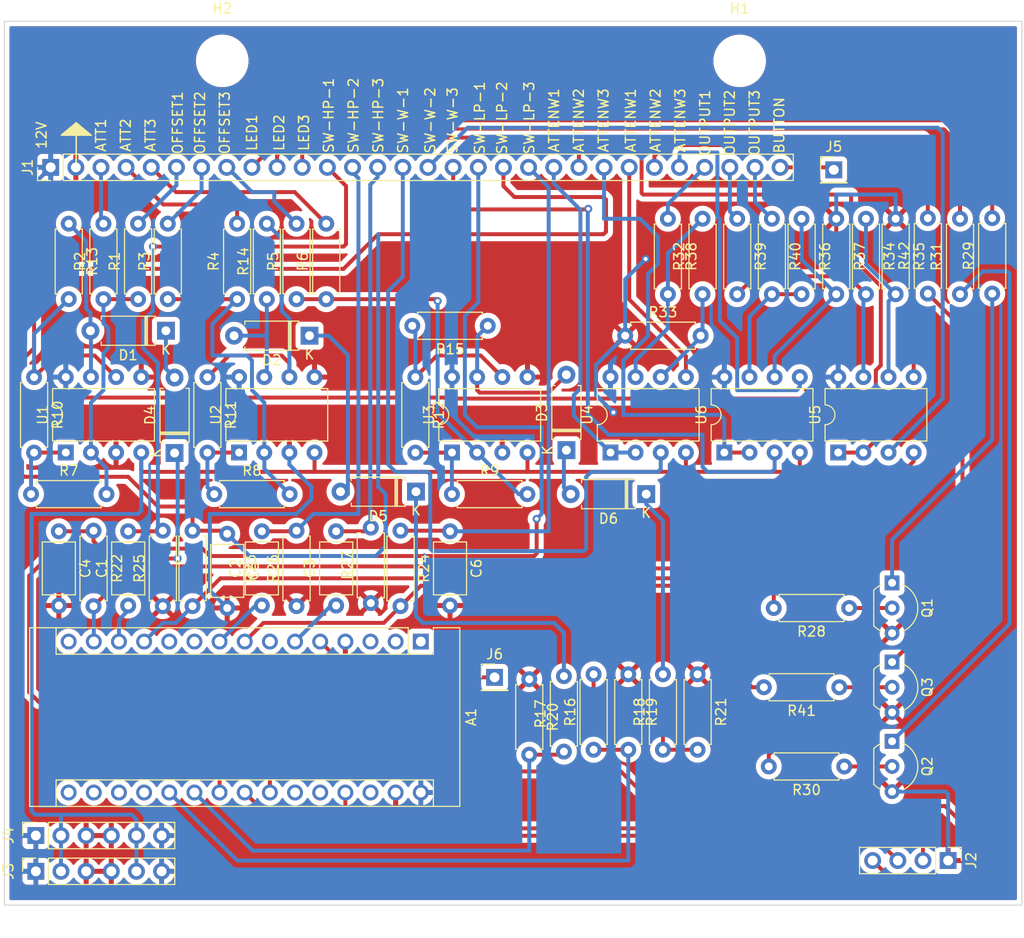
<source format=kicad_pcb>
(kicad_pcb (version 20211014) (generator pcbnew)
  (layers (0 "F.Cu" signal) (31 "B.Cu" signal) (34 "B.Paste" user) (35 "F.Paste" user) (36 "B.SilkS" user "B.Silkscreen") (37 "F.SilkS" user "F.Silkscreen") (38 "B.Mask" user) (39 "F.Mask" user) (44 "Edge.Cuts" user))
  (net 0 "")
  (net 4 "GND")
  (net 5 "Net-(A1-Pad5)")
  (net 6 "HP3")
  (net 8 "LP3")
  (net 9 "HP2")
  (net 12 "LP2")
  (net 13 "HP1")
  (net 14 "LP1")
  (net 20 "A1")
  (net 21 "A2")
  (net 22 "A3")
  (net 23 "Net-(A1-Pad23)")
  (net 24 "Net-(A1-Pad24)")
  (net 27 "+5V")
  (net 29 "Net-(J1-Pad30)")
  (net 30 "SW-HP-1")
  (net 31 "SW-HP-2")
  (net 32 "SW-HP-3")
  (net 33 "SW-LP-1")
  (net 34 "SW-LP-2")
  (net 35 "SW-LP-3")
  (net 36 "Net-(D1-Pad1)")
  (net 37 "Net-(D1-Pad2)")
  (net 38 "Net-(D2-Pad1)")
  (net 39 "Net-(D2-Pad2)")
  (net 40 "Net-(D3-Pad1)")
  (net 41 "Net-(D3-Pad2)")
  (net 42 "Net-(D4-Pad1)")
  (net 43 "Net-(D5-Pad1)")
  (net 44 "Net-(D6-Pad1)")
  (net 45 "+12V")
  (net 46 "INATTEN1")
  (net 47 "INATTEN2")
  (net 48 "INATTEN3")
  (net 49 "OFFSET1")
  (net 50 "OFFSET2")
  (net 51 "OFFSET3")
  (net 52 "LED1")
  (net 53 "LED2")
  (net 54 "LED3")
  (net 55 "SW-W-1")
  (net 56 "SW-W-2")
  (net 57 "SW-W-3")
  (net 58 "OUTATTEN1")
  (net 59 "OUTATTEN2")
  (net 60 "OUTATTEN3")
  (net 61 "OUTATTENW1")
  (net 62 "OUTATTENW2")
  (net 63 "OUTATTENW3")
  (net 64 "OUTPUT1")
  (net 65 "OUTPUT2")
  (net 66 "OUTPUT3")
  (net 67 "-12V")
  (net 68 "Net-(Q1-Pad1)")
  (net 69 "Net-(Q1-Pad2)")
  (net 70 "Net-(Q2-Pad1)")
  (net 71 "Net-(Q2-Pad2)")
  (net 72 "Net-(Q3-Pad1)")
  (net 73 "Net-(Q3-Pad2)")
  (net 74 "Net-(R1-Pad1)")
  (net 75 "Net-(R3-Pad1)")
  (net 76 "Net-(R5-Pad1)")
  (net 77 "Net-(R10-Pad2)")
  (net 78 "Net-(R11-Pad2)")
  (net 79 "Net-(R12-Pad2)")
  (net 80 "Net-(R10-Pad1)")
  (net 81 "Net-(R11-Pad1)")
  (net 82 "Net-(R12-Pad1)")
  (net 83 "Net-(R32-Pad1)")
  (net 84 "Net-(R32-Pad2)")
  (net 85 "Net-(R34-Pad1)")
  (net 86 "Net-(R34-Pad2)")
  (net 87 "Net-(R36-Pad1)")
  (net 88 "Net-(R36-Pad2)")
  (footprint "Resistor_THT:R_Axial_DIN0207_L6.3mm_D2.5mm_P7.62mm_Horizontal" (layer "F.Cu") (at 218 72.69 -90)
    (fp_text reference "R39")
    (fp_text value "R")
  )
  (footprint "Package_DIP:DIP-8_W7.62mm" (layer "F.Cu") (at 228.2 96.3 90)
    (fp_text reference "U5")
    (fp_text value "TL072")
  )
  (footprint "Resistor_THT:R_Axial_DIN0207_L6.3mm_D2.5mm_P7.62mm_Horizontal" (layer "F.Cu") (at 228.31 120 180)
    (fp_text reference "R41")
    (fp_text value "R")
  )
  (footprint "Capacitor_THT:C_Axial_L5.1mm_D3.1mm_P7.50mm_Horizontal" (layer "F.Cu") (at 189 104.25 -90)
    (fp_text reference "C6")
    (fp_text value "C")
  )
  (footprint "Resistor_THT:R_Axial_DIN0207_L6.3mm_D2.5mm_P7.62mm_Horizontal" (layer "F.Cu") (at 214 118.69 -90)
    (fp_text reference "R21")
    (fp_text value "R")
  )
  (footprint "Resistor_THT:R_Axial_DIN0207_L6.3mm_D2.5mm_P7.62mm_Horizontal" (layer "F.Cu") (at 173.5 111.81 90)
    (fp_text reference "R26")
    (fp_text value "R")
  )
  (footprint "Package_DIP:DIP-8_W7.62mm" (layer "F.Cu") (at 189.2 96.3 90)
    (fp_text reference "U3")
    (fp_text value "TL072")
  )
  (footprint "Diode_THT:D_A-405_P7.62mm_Horizontal" (layer "F.Cu") (at 208.81 100.5 180)
    (fp_text reference "D6")
    (fp_text value "D")
  )
  (footprint "Resistor_THT:R_Axial_DIN0207_L6.3mm_D2.5mm_P7.62mm_Horizontal" (layer "F.Cu") (at 224.5 72.69 -90)
    (fp_text reference "R36")
    (fp_text value "R")
  )
  (footprint "Resistor_THT:R_Axial_DIN0207_L6.3mm_D2.5mm_P7.62mm_Horizontal" (layer "F.Cu") (at 154 80.81 90)
    (fp_text reference "R2")
    (fp_text value "R")
  )
  (footprint "Resistor_THT:R_Axial_DIN0207_L6.3mm_D2.5mm_P7.62mm_Horizontal" (layer "F.Cu") (at 165.19 100.5)
    (fp_text reference "R8")
    (fp_text value "R")
  )
  (footprint "Resistor_THT:R_Axial_DIN0207_L6.3mm_D2.5mm_P7.62mm_Horizontal" (layer "F.Cu") (at 164.5 88.69 -90)
    (fp_text reference "R11")
    (fp_text value "R")
  )
  (footprint "Resistor_THT:R_Axial_DIN0207_L6.3mm_D2.5mm_P7.62mm_Horizontal" (layer "F.Cu") (at 243.75 80.25 90)
    (fp_text reference "R29")
    (fp_text value "R")
  )
  (footprint "Resistor_THT:R_Axial_DIN0207_L6.3mm_D2.5mm_P7.62mm_Horizontal" (layer "F.Cu") (at 170.5 80.81 90)
    (fp_text reference "R14")
    (fp_text value "R")
  )
  (footprint "Connector_PinSocket_2.54mm:PinSocket_1x06_P2.54mm_Vertical" (layer "F.Cu") (at 147.174999 138.586485 90)
    (fp_text reference "J3")
    (fp_text value "Conn_01x06_Male")
  )
  (footprint "Package_TO_SOT_THT:TO-92_Inline_Wide" (layer "F.Cu") (at 233.64 109.46 -90)
    (fp_text reference "Q1")
    (fp_text value "BC547")
  )
  (footprint "Capacitor_THT:C_Axial_L5.1mm_D3.1mm_P7.50mm_Horizontal" (layer "F.Cu") (at 177.5 111.75 90)
    (fp_text reference "C3")
    (fp_text value "C")
  )
  (footprint "Capacitor_THT:C_Axial_L5.1mm_D3.1mm_P7.50mm_Horizontal" (layer "F.Cu") (at 149.5 104.25 -90)
    (fp_text reference "C4")
    (fp_text value "C")
  )
  (footprint "Resistor_THT:R_Axial_DIN0207_L6.3mm_D2.5mm_P7.62mm_Horizontal" (layer "F.Cu") (at 150.5 73.19 -90)
    (fp_text reference "R13")
    (fp_text value "R")
  )
  (footprint "Diode_THT:D_A-405_P7.62mm_Horizontal" (layer "F.Cu") (at 174.81 84.5 180)
    (fp_text reference "D2")
    (fp_text value "D")
  )
  (footprint "Resistor_THT:R_Axial_DIN0207_L6.3mm_D2.5mm_P7.62mm_Horizontal" (layer "F.Cu") (at 163 104.19 -90)
    (fp_text reference "R23")
    (fp_text value "R")
  )
  (footprint "Resistor_THT:R_Axial_DIN0207_L6.3mm_D2.5mm_P7.62mm_Horizontal" (layer "F.Cu") (at 203.5 126.31 90)
    (fp_text reference "R16")
    (fp_text value "R")
  )
  (footprint "Resistor_THT:R_Axial_DIN0207_L6.3mm_D2.5mm_P7.62mm_Horizontal" (layer "F.Cu") (at 234 72.69 -90)
    (fp_text reference "R35")
    (fp_text value "R")
  )
  (footprint "Resistor_THT:R_Axial_DIN0207_L6.3mm_D2.5mm_P7.62mm_Horizontal" (layer "F.Cu") (at 240.5 80.31 90)
    (fp_text reference "R31")
    (fp_text value "R")
  )
  (footprint "Resistor_THT:R_Axial_DIN0207_L6.3mm_D2.5mm_P7.62mm_Horizontal" (layer "F.Cu") (at 167.5 80.81 90)
    (fp_text reference "R4")
    (fp_text value "R")
  )
  (footprint "Connector_PinHeader_2.54mm:PinHeader_1x01_P2.54mm_Vertical" (layer "F.Cu") (at 227.75 67.75)
    (fp_text reference "J5")
    (fp_text value "Conn_01x01_Male")
  )
  (footprint "Resistor_THT:R_Axial_DIN0207_L6.3mm_D2.5mm_P7.62mm_Horizontal" (layer "F.Cu") (at 189.19 100.5)
    (fp_text reference "R9")
    (fp_text value "R")
  )
  (footprint "Diode_THT:D_A-405_P7.62mm_Horizontal" (layer "F.Cu") (at 160.31 84 180)
    (fp_text reference "D1")
    (fp_text value "D")
  )
  (footprint "Resistor_THT:R_Axial_DIN0207_L6.3mm_D2.5mm_P7.62mm_Horizontal" (layer "F.Cu") (at 206.69 84.5)
    (fp_text reference "R33")
    (fp_text value "R")
  )
  (footprint "Package_DIP:DIP-8_W7.62mm" (layer "F.Cu") (at 205.2 96.3 90)
    (fp_text reference "U4")
    (fp_text value "TL072")
  )
  (footprint "Resistor_THT:R_Axial_DIN0207_L6.3mm_D2.5mm_P7.62mm_Horizontal" (layer "F.Cu") (at 146.69 100.5)
    (fp_text reference "R7")
    (fp_text value "R")
  )
  (footprint "Package_DIP:DIP-8_W7.62mm" (layer "F.Cu") (at 150.2 96.3 90)
    (fp_text reference "U1")
    (fp_text value "TL072")
  )
  (footprint "Resistor_THT:R_Axial_DIN0207_L6.3mm_D2.5mm_P7.62mm_Horizontal" (layer "F.Cu") (at 211 72.69 -90)
    (fp_text reference "R38")
    (fp_text value "R")
  )
  (footprint "Resistor_THT:R_Axial_DIN0207_L6.3mm_D2.5mm_P7.62mm_Horizontal" (layer "F.Cu") (at 160.5 80.81 90)
    (fp_text reference "R3")
    (fp_text value "R")
  )
  (footprint "Resistor_THT:R_Axial_DIN0207_L6.3mm_D2.5mm_P7.62mm_Horizontal" (layer "F.Cu") (at 147 88.69 -90)
    (fp_text reference "R10")
    (fp_text value "R")
  )
  (footprint "Resistor_THT:R_Axial_DIN0207_L6.3mm_D2.5mm_P7.62mm_Horizontal" (layer "F.Cu") (at 214.5 80.31 90)
    (fp_text reference "R32")
    (fp_text value "R")
  )
  (footprint "Resistor_THT:R_Axial_DIN0207_L6.3mm_D2.5mm_P7.62mm_Horizontal" (layer "F.Cu") (at 229.31 112 180)
    (fp_text reference "R28")
    (fp_text value "R")
  )
  (footprint "Resistor_THT:R_Axial_DIN0207_L6.3mm_D2.5mm_P7.62mm_Horizontal" (layer "F.Cu") (at 237.25 80.25 90)
    (fp_text reference "R42")
    (fp_text value "R")
  )
  (footprint "Resistor_THT:R_Axial_DIN0207_L6.3mm_D2.5mm_P7.62mm_Horizontal" (layer "F.Cu") (at 185.5 88.69 -90)
    (fp_text reference "R12")
    (fp_text value "R")
  )
  (footprint "Resistor_THT:R_Axial_DIN0207_L6.3mm_D2.5mm_P7.62mm_Horizontal" (layer "F.Cu") (at 192.81 83.5 180)
    (fp_text reference "R15")
    (fp_text value "R")
  )
  (footprint "Resistor_THT:R_Axial_DIN0207_L6.3mm_D2.5mm_P7.62mm_Horizontal" (layer "F.Cu") (at 181 111.5 90)
    (fp_text reference "R27")
    (fp_text value "R")
  )
  (footprint "Resistor_THT:R_Axial_DIN0207_L6.3mm_D2.5mm_P7.62mm_Horizontal" (layer "F.Cu") (at 153 104.19 -90)
    (fp_text reference "R22")
    (fp_text value "R")
  )
  (footprint "Connector_PinSocket_2.54mm:PinSocket_1x06_P2.54mm_Vertical" (layer "F.Cu") (at 147.175 134.975 90)
    (fp_text reference "J4")
    (fp_text value "Conn_01x06_Male")
  )
  (footprint "Diode_THT:D_A-405_P7.62mm_Horizontal" (layer "F.Cu") (at 161.186277 96.345727 90)
    (fp_text reference "D4")
    (fp_text value "D")
  )
  (footprint "Resistor_THT:R_Axial_DIN0207_L6.3mm_D2.5mm_P7.62mm_Horizontal" (layer "F.Cu") (at 176.5 80.81 90)
    (fp_text reference "R6")
    (fp_text value "R")
  )
  (footprint "Resistor_THT:R_Axial_DIN0207_L6.3mm_D2.5mm_P7.62mm_Horizontal" (layer "F.Cu") (at 231 72.69 -90)
    (fp_text reference "R34")
    (fp_text value "R")
  )
  (footprint "Resistor_THT:R_Axial_DIN0207_L6.3mm_D2.5mm_P7.62mm_Horizontal" (layer "F.Cu") (at 157.5 80.81 90)
    (fp_text reference "R1")
    (fp_text value "R")
  )
  (footprint "Connector_PinHeader_2.54mm:PinHeader_1x01_P2.54mm_Vertical" (layer "F.Cu") (at 193.5 119)
    (fp_text reference "J6")
    (fp_text value "Conn_01x01_Male")
  )
  (footprint "Resistor_THT:R_Axial_DIN0207_L6.3mm_D2.5mm_P7.62mm_Horizontal" (layer "F.Cu") (at 221.5 72.69 -90)
    (fp_text reference "R40")
    (fp_text value "R")
  )
  (footprint "Resistor_THT:R_Axial_DIN0207_L6.3mm_D2.5mm_P7.62mm_Horizontal" (layer "F.Cu") (at 228 72.69 -90)
    (fp_text reference "R37")
    (fp_text value "R")
  )
  (footprint "Resistor_THT:R_Axial_DIN0207_L6.3mm_D2.5mm_P7.62mm_Horizontal" (layer "F.Cu") (at 228.81 128 180)
    (fp_text reference "R30")
    (fp_text value "R")
  )
  (footprint "Resistor_THT:R_Axial_DIN0207_L6.3mm_D2.5mm_P7.62mm_Horizontal" (layer "F.Cu") (at 197 119.19 -90)
    (fp_text reference "R20")
    (fp_text value "R")
  )
  (footprint "Resistor_THT:R_Axial_DIN0207_L6.3mm_D2.5mm_P7.62mm_Horizontal" (layer "F.Cu") (at 160 111.81 90)
    (fp_text reference "R25")
    (fp_text value "R")
  )
  (footprint "Connector_PinHeader_2.54mm:PinHeader_1x30_P2.54mm_Vertical" (layer "F.Cu") (at 148.675 67.5 90)
    (fp_text reference "J1")
    (fp_text value "Conn_01x30_Female")
  )
  (footprint "Capacitor_THT:C_Axial_L5.1mm_D3.1mm_P7.50mm_Horizontal" (layer "F.Cu") (at 170 111.75 90)
    (fp_text reference "C2")
    (fp_text value "C")
  )
  (footprint "Resistor_THT:R_Axial_DIN0207_L6.3mm_D2.5mm_P7.62mm_Horizontal" (layer "F.Cu") (at 173.5 80.81 90)
    (fp_text reference "R5")
    (fp_text value "R")
  )
  (footprint "Resistor_THT:R_Axial_DIN0207_L6.3mm_D2.5mm_P7.62mm_Horizontal" (layer "F.Cu") (at 207 118.69 -90)
    (fp_text reference "R19")
    (fp_text value "R")
  )
  (footprint "Resistor_THT:R_Axial_DIN0207_L6.3mm_D2.5mm_P7.62mm_Horizontal" (layer "F.Cu") (at 210.5 126.31 90)
    (fp_text reference "R18")
    (fp_text value "R")
  )
  (footprint "Connector_PinHeader_2.54mm:PinHeader_1x04_P2.54mm_Vertical" (layer "F.Cu") (at 239.3 137.5 -90)
    (fp_text reference "J2")
    (fp_text value "Conn_01x04_Male")
  )
  (footprint "Package_TO_SOT_THT:TO-92_Inline_Wide" (layer "F.Cu") (at 233.64 117.46 -90)
    (fp_text reference "Q3")
    (fp_text value "BC547")
  )
  (footprint "Package_DIP:DIP-8_W7.62mm" (layer "F.Cu") (at 167.7 96.3 90)
    (fp_text reference "U2")
    (fp_text value "TL072")
  )
  (footprint "Capacitor_THT:C_Axial_L5.1mm_D3.1mm_P7.50mm_Horizontal" (layer "F.Cu") (at 166.5 104.5 -90)
    (fp_text reference "C5")
    (fp_text value "C")
  )
  (footprint "Diode_THT:D_A-405_P7.62mm_Horizontal" (layer "F.Cu") (at 185.56 100.25 180)
    (fp_text reference "D5")
    (fp_text value "D")
  )
  (footprint "Resistor_THT:R_Axial_DIN0207_L6.3mm_D2.5mm_P7.62mm_Horizontal" (layer "F.Cu") (at 200.5 126.5 90)
    (fp_text reference "R17")
    (fp_text value "R")
  )
  (footprint "MountingHole:MountingHole_4.3mm_M4" (layer "F.Cu") (at 166 56.75)
    (fp_text reference "H2")
    (fp_text value "MountingHole")
  )
  (footprint "Diode_THT:D_A-405_P7.62mm_Horizontal" (layer "F.Cu") (at 200.75 96.06 90)
    (fp_text reference "D3")
    (fp_text value "D")
  )
  (footprint "Package_TO_SOT_THT:TO-92_Inline_Wide" (layer "F.Cu") (at 233.64 125.46 -90)
    (fp_text reference "Q2")
    (fp_text value "BC547")
  )
  (footprint "Resistor_THT:R_Axial_DIN0207_L6.3mm_D2.5mm_P7.62mm_Horizontal" (layer "F.Cu") (at 184 104.19 -90)
    (fp_text reference "R24")
    (fp_text value "R")
  )
  (footprint "Capacitor_THT:C_Axial_L5.1mm_D3.1mm_P7.50mm_Horizontal" (layer "F.Cu") (at 156.5 111.75 90)
    (fp_text reference "C1")
    (fp_text value "C")
  )
  (footprint "Module:Arduino_Nano" (layer "F.Cu") (at 186.05 115.39 -90)
    (fp_text reference "A1")
    (fp_text value "Arduino_Nano_v2.x")
  )
  (footprint "MountingHole:MountingHole_4.3mm_M4" (layer "F.Cu") (at 218.25 56.75)
    (fp_text reference "H1")
    (fp_text value "MountingHole")
  )
  (footprint "Package_DIP:DIP-8_W7.62mm" (layer "F.Cu") (at 216.7 96.3 90)
    (fp_text reference "U6")
    (fp_text value "TL072")
  )
  (gr_poly (pts (xy 152.75 64.25) (xy 149.75 64.25) (xy 151.25 63)) (layer "F.SilkS") (width 0.15) (fill solid))
  (gr_line (start 151.25 67.5) (end 151.25 63) (layer "F.SilkS") (width 0.15))
  (gr_rect (start 144 52.75) (end 246.75 142) (layer "Edge.Cuts") (width 0.1) (fill none))
  (gr_text "ATT3" (at 158.75 64.25 90) (layer "F.SilkS") (effects (font (size 1 1))))
  (gr_text "SW-W-3" (at 189.25 62.75 90) (layer "F.SilkS") (effects (font (size 1 1))))
  (gr_text "SW-LP-1" (at 192 62.5 90) (layer "F.SilkS") (effects (font (size 1 1))))
  (gr_text "LED3" (at 174.25 64 90) (layer "F.SilkS") (effects (font (size 1 1))))
  (gr_text "SW-HP-3" (at 181.75 62.25 90) (layer "F.SilkS") (effects (font (size 1 1))))
  (gr_text "OFFSET2" (at 163.75 63 90) (layer "F.SilkS") (effects (font (size 1 1))))
  (gr_text "ATTENW3" (at 212.25 62.75 90) (layer "F.SilkS") (effects (font (size 1 1))))
  (gr_text "SW-LP-3" (at 197 62.5 90) (layer "F.SilkS") (effects (font (size 1 1))))
  (gr_text "SW-LP-2" (at 194.25 62.5 90) (layer "F.SilkS") (effects (font (size 1 1))))
  (gr_text "LED2" (at 171.75 64 90) (layer "F.SilkS") (effects (font (size 1 1))))
  (gr_text "OFFSET1" (at 161.5 63 90) (layer "F.SilkS") (effects (font (size 1 1))))
  (gr_text "SW-W-1" (at 184.25 62.75 90) (layer "F.SilkS") (effects (font (size 1 1))))
  (gr_text "ATTENW2" (at 202 62.75 90) (layer "F.SilkS") (effects (font (size 1 1))))
  (gr_text "ATTENW3" (at 204.5 62.75 90) (layer "F.SilkS") (effects (font (size 1 1))))
  (gr_text "12V" (at 147.75 64.25 90) (layer "F.SilkS") (effects (font (size 1 1))))
  (gr_text "ATTENW1" (at 199.5 62.75 90) (layer "F.SilkS") (effects (font (size 1 1))))
  (gr_text "OUTPUT2" (at 217.25 63 90) (layer "F.SilkS") (effects (font (size 1 1))))
  (gr_text "SW-W-2" (at 187 62.75 90) (layer "F.SilkS") (effects (font (size 1 1))))
  (gr_text "SW-HP-2" (at 179.25 62.25 90) (layer "F.SilkS") (effects (font (size 1 1))))
  (gr_text "LED1" (at 169 64 90) (layer "F.SilkS") (effects (font (size 1 1))))
  (gr_text "ATT1" (at 153.75 64.25 90) (layer "F.SilkS") (effects (font (size 1 1))))
  (gr_text "ATTENW1" (at 207.25 62.75 90) (layer "F.SilkS") (effects (font (size 1 1))))
  (gr_text "ATTENW2" (at 209.75 62.75 90) (layer "F.SilkS") (effects (font (size 1 1))))
  (gr_text "BUTTON" (at 222.25 63.25 90) (layer "F.SilkS") (effects (font (size 1 1))))
  (gr_text "OFFSET3" (at 166.25 63 90) (layer "F.SilkS") (effects (font (size 1 1))))
  (gr_text "OUTPUT3" (at 219.75 63 90) (layer "F.SilkS") (effects (font (size 1 1))))
  (gr_text "OUTPUT1" (at 214.75 63 90) (layer "F.SilkS") (effects (font (size 1 1))))
  (gr_text "SW-HP-1" (at 176.75 62.25 90) (layer "F.SilkS") (effects (font (size 1 1))))
  (gr_text "ATT2" (at 156.25 64.25 90) (layer "F.SilkS") (effects (font (size 1 1))))
  (segment (start 194.28 93.97) (end 194.28 96.3) (width 0.4) (layer "F.Cu") (net 4))
  (segment (start 228 75.75) (end 228 72.69) (width 0.4) (layer "F.Cu") (net 4))
  (segment (start 204.25 93.5) (end 194.75 93.5) (width 0.4) (layer "F.Cu") (net 4))
  (segment (start 194.75 93.5) (end 194.28 93.97) (width 0.4) (layer "F.Cu") (net 4))
  (segment (start 208.75 76.75) (end 209.75 75.75) (width 0.4) (layer "F.Cu") (net 4))
  (segment (start 205.5 92.25) (end 204.25 93.5) (width 0.4) (layer "F.Cu") (net 4))
  (segment (start 209.75 75.75) (end 228 75.75) (width 0.4) (layer "F.Cu") (net 4))
  (via (at 208.75 76.75) (size 0.8) (drill 0.4) (layers "F.Cu" "B.Cu") (net 4))
  (via (at 205.5 92.25) (size 0.8) (drill 0.4) (layers "F.Cu" "B.Cu") (net 4))
  (segment (start 234 70.25) (end 234 72.69) (width 0.4) (layer "B.Cu") (net 4))
  (segment (start 164.75 110.25) (end 166.5 112) (width 0.4) (layer "B.Cu") (net 4))
  (segment (start 175 99.75) (end 175 101) (width 0.4) (layer "B.Cu") (net 4))
  (segment (start 206.69 84.5) (end 206.69 78.81) (width 0.4) (layer "B.Cu") (net 4))
  (segment (start 203.75 87.44) (end 206.69 84.5) (width 0.4) (layer "B.Cu") (net 4))
  (segment (start 228 70.25) (end 234 70.25) (width 0.4) (layer "B.Cu") (net 4))
  (segment (start 206.69 78.81) (end 208.75 76.75) (width 0.4) (layer "B.Cu") (net 4))
  (segment (start 205.5 92.25) (end 203.75 90.5) (width 0.4) (layer "B.Cu") (net 4))
  (segment (start 172.78 96.3) (end 172.78 97.53) (width 0.4) (layer "B.Cu") (net 4))
  (segment (start 172.78 97.53) (end 175 99.75) (width 0.4) (layer "B.Cu") (net 4))
  (segment (start 228 72.69) (end 228 70.25) (width 0.4) (layer "B.Cu") (net 4))
  (segment (start 239.04 130.54) (end 239.3 130.8) (width 0.4) (layer "B.Cu") (net 4))
  (segment (start 164.75 102.5) (end 164.75 110.25) (width 0.4) (layer "B.Cu") (net 4))
  (segment (start 203.75 90.5) (end 203.75 87.44) (width 0.4) (layer "B.Cu") (net 4))
  (segment (start 175 101) (end 173.5 102.5) (width 0.4) (layer "B.Cu") (net 4))
  (segment (start 239.3 130.8) (end 239.3 137.5) (width 0.4) (layer "B.Cu") (net 4))
  (segment (start 233.64 130.54) (end 239.04 130.54) (width 0.4) (layer "B.Cu") (net 4))
  (segment (start 173.5 102.5) (end 164.75 102.5) (width 0.4) (layer "B.Cu") (net 4))
  (segment (start 193.5 119) (end 179.5 119) (width 0.4) (layer "F.Cu") (net 5))
  (segment (start 179.5 119) (end 175.89 115.39) (width 0.4) (layer "F.Cu") (net 5))
  (segment (start 173.35 115.39) (end 176.99 111.75) (width 0.4) (layer "B.Cu") (net 6))
  (segment (start 176.99 111.75) (end 177.5 111.75) (width 0.4) (layer "B.Cu") (net 6))
  (segment (start 215.25 109.75) (end 186.06 109.75) (width 0.4) (layer "F.Cu") (net 8))
  (segment (start 186.06 109.75) (end 184 111.81) (width 0.4) (layer "F.Cu") (net 8))
  (segment (start 170.16 113.5) (end 182.31 113.5) (width 0.4) (layer "F.Cu") (net 8))
  (segment (start 168.27 115.39) (end 170.16 113.5) (width 0.4) (layer "F.Cu") (net 8))
  (segment (start 182.31 113.5) (end 184 111.81) (width 0.4) (layer "F.Cu") (net 8))
  (segment (start 219.5 120) (end 217.25 117.75) (width 0.4) (layer "F.Cu") (net 8))
  (segment (start 217.25 111.75) (end 215.25 109.75) (width 0.4) (layer "F.Cu") (net 8))
  (segment (start 220.69 120) (end 219.5 120) (width 0.4) (layer "F.Cu") (net 8))
  (segment (start 217.25 117.75) (end 217.25 111.75) (width 0.4) (layer "F.Cu") (net 8))
  (segment (start 165.73 115.39) (end 169.37 111.75) (width 0.4) (layer "B.Cu") (net 9))
  (segment (start 169.37 111.75) (end 170 111.75) (width 0.4) (layer "B.Cu") (net 9))
  (segment (start 218.25 109) (end 165.81 109) (width 0.4) (layer "F.Cu") (net 12))
  (segment (start 222.5 125.5) (end 222.5 115.75) (width 0.4) (layer "F.Cu") (net 12))
  (segment (start 218.75 112) (end 218.75 109.5) (width 0.4) (layer "F.Cu") (net 12))
  (segment (start 218.75 109.5) (end 218.25 109) (width 0.4) (layer "F.Cu") (net 12))
  (segment (start 221.19 128) (end 221.19 126.81) (width 0.4) (layer "F.Cu") (net 12))
  (segment (start 165.81 109) (end 163 111.81) (width 0.4) (layer "F.Cu") (net 12))
  (segment (start 222.5 115.75) (end 218.75 112) (width 0.4) (layer "F.Cu") (net 12))
  (segment (start 221.19 126.81) (end 222.5 125.5) (width 0.4) (layer "F.Cu") (net 12))
  (segment (start 161.31 113.5) (end 163 111.81) (width 0.4) (layer "B.Cu") (net 12))
  (segment (start 160 113.5) (end 161.31 113.5) (width 0.4) (layer "B.Cu") (net 12))
  (segment (start 158.11 115.39) (end 160 113.5) (width 0.4) (layer "B.Cu") (net 12))
  (segment (start 155.57 113.18) (end 155.57 115.39) (width 0.4) (layer "B.Cu") (net 13))
  (segment (start 156.5 112.25) (end 155.57 113.18) (width 0.4) (layer "B.Cu") (net 13))
  (segment (start 156.5 111.75) (end 156.5 112.25) (width 0.4) (layer "B.Cu") (net 13))
  (segment (start 202.299511 107.799511) (end 202.5 108) (width 0.4) (layer "F.Cu") (net 14))
  (segment (start 153 111.81) (end 157.010489 107.799511) (width 0.4) (layer "F.Cu") (net 14))
  (segment (start 202.5 108) (end 221.25 108) (width 0.4) (layer "F.Cu") (net 14))
  (segment (start 221.25 108) (end 221.69 108.44) (width 0.4) (layer "F.Cu") (net 14))
  (segment (start 221.69 108.44) (end 221.69 112) (width 0.4) (layer "F.Cu") (net 14))
  (segment (start 157.010489 107.799511) (end 202.299511 107.799511) (width 0.4) (layer "F.Cu") (net 14))
  (segment (start 153 111.81) (end 153 112.31) (width 0.4) (layer "B.Cu") (net 14))
  (segment (start 153.03 112.34) (end 153 112.31) (width 0.4) (layer "B.Cu") (net 14))
  (segment (start 153.03 115.39) (end 153.03 112.34) (width 0.4) (layer "B.Cu") (net 14))
  (segment (start 203.5 126.31) (end 207 126.31) (width 0.4) (layer "F.Cu") (net 20))
  (segment (start 167.52 137.5) (end 160.65 130.63) (width 0.4) (layer "B.Cu") (net 20))
  (segment (start 207 137.5) (end 167.52 137.5) (width 0.4) (layer "B.Cu") (net 20))
  (segment (start 207 126.31) (end 207 137.5) (width 0.4) (layer "B.Cu") (net 20))
  (segment (start 197 126.81) (end 200.19 126.81) (width 0.4) (layer "F.Cu") (net 21))
  (segment (start 200.19 126.81) (end 200.5 126.5) (width 0.4) (layer "F.Cu") (net 21))
  (segment (start 197 126.81) (end 197 136.5) (width 0.4) (layer "B.Cu") (net 21))
  (segment (start 197 136.5) (end 169.06 136.5) (width 0.4) (layer "B.Cu") (net 21))
  (segment (start 169.06 136.5) (end 163.19 130.63) (width 0.4) (layer "B.Cu") (net 21))
  (segment (start 210.5 126.31) (end 214 126.31) (width 0.4) (layer "F.Cu") (net 22))
  (segment (start 210.5 124.5) (end 210.5 126.31) (width 0.4) (layer "F.Cu") (net 22))
  (segment (start 165.73 130.63) (end 165.73 127.02) (width 0.4) (layer "F.Cu") (net 22))
  (segment (start 168.25 124.5) (end 210.5 124.5) (width 0.4) (layer "F.Cu") (net 22))
  (segment (start 165.73 127.02) (end 168.25 124.5) (width 0.4) (layer "F.Cu") (net 22))
  (segment (start 234.22 137.5) (end 231.72 135) (width 0.4) (layer "F.Cu") (net 23))
  (segment (start 231.72 135) (end 172.64 135) (width 0.4) (layer "F.Cu") (net 23))
  (segment (start 172.64 135) (end 168.27 130.63) (width 0.4) (layer "F.Cu") (net 23))
  (segment (start 206.25 128.5) (end 209.75 132) (width 0.4) (layer "F.Cu") (net 24))
  (segment (start 242 139.75) (end 233.93 139.75) (width 0.4) (layer "F.Cu") (net 24))
  (segment (start 171 128.5) (end 206.25 128.5) (width 0.4) (layer "F.Cu") (net 24))
  (segment (start 242.75 139) (end 242 139.75) (width 0.4) (layer "F.Cu") (net 24))
  (segment (start 239 132) (end 242.75 135.75) (width 0.4) (layer "F.Cu") (net 24))
  (segment (start 209.75 132) (end 239 132) (width 0.4) (layer "F.Cu") (net 24))
  (segment (start 170.81 130.63) (end 170.81 128.69) (width 0.4) (layer "F.Cu") (net 24))
  (segment (start 242.75 135.75) (end 242.75 139) (width 0.4) (layer "F.Cu") (net 24))
  (segment (start 170.81 128.69) (end 171 128.5) (width 0.4) (layer "F.Cu") (net 24))
  (segment (start 233.93 139.75) (end 231.68 137.5) (width 0.4) (layer "F.Cu") (net 24))
  (segment (start 235.75 134.25) (end 236.76 135.26) (width 0.4) (layer "F.Cu") (net 27))
  (segment (start 236.76 135.26) (end 236.76 137.5) (width 0.4) (layer "F.Cu") (net 27))
  (segment (start 178.43 132.93) (end 179.75 134.25) (width 0.4) (layer "F.Cu") (net 27))
  (segment (start 179.75 134.25) (end 235.75 134.25) (width 0.4) (layer "F.Cu") (net 27))
  (segment (start 178.43 130.63) (end 178.43 132.93) (width 0.4) (layer "F.Cu") (net 27))
  (segment (start 222.335 67.5) (end 227.5 67.5) (width 0.4) (layer "F.Cu") (net 29))
  (segment (start 227.5 67.5) (end 227.75 67.75) (width 0.4) (layer "F.Cu") (net 29))
  (segment (start 178.5 69.385) (end 176.615 67.5) (width 0.4) (layer "F.Cu") (net 30))
  (segment (start 159.94 104.25) (end 160 104.19) (width 0.4) (layer "F.Cu") (net 30))
  (segment (start 178.5 75.25) (end 178.5 69.385) (width 0.4) (layer "F.Cu") (net 30))
  (segment (start 156.5 104.25) (end 159.94 104.25) (width 0.4) (layer "F.Cu") (net 30))
  (segment (start 159 75.5) (end 178.25 75.5) (width 0.4) (layer "F.Cu") (net 30))
  (segment (start 178.25 75.5) (end 178.5 75.25) (width 0.4) (layer "F.Cu") (net 30))
  (via (at 159 75.5) (size 0.8) (drill 0.4) (layers "F.Cu" "B.Cu") (net 30))
  (segment (start 159 82) (end 158 83) (width 0.4) (layer "B.Cu") (net 30))
  (segment (start 158 83) (end 158 85.75) (width 0.4) (layer "B.Cu") (net 30))
  (segment (start 158 85.75) (end 159.5 87.25) (width 0.4) (layer "B.Cu") (net 30))
  (segment (start 159.5 87.25) (end 159.5 103.69) (width 0.4) (layer "B.Cu") (net 30))
  (segment (start 159.5 103.69) (end 160 104.19) (width 0.4) (layer "B.Cu") (net 30))
  (segment (start 159 75.5) (end 159 82) (width 0.4) (layer "B.Cu") (net 30))
  (segment (start 173.44 104.25) (end 173.5 104.19) (width 0.4) (layer "F.Cu") (net 31))
  (segment (start 179.155 67.5) (end 179.155 68.155) (width 0.4) (layer "F.Cu") (net 31))
  (segment (start 170 104.25) (end 173.44 104.25) (width 0.4) (layer "F.Cu") (net 31))
  (segment (start 179.75 68.595) (end 179.75 102.5) (width 0.4) (layer "B.Cu") (net 31))
  (segment (start 179.155 67.5) (end 179.155 68) (width 0.4) (layer "B.Cu") (net 31))
  (segment (start 175.19 102.5) (end 173.5 104.19) (width 0.4) (layer "B.Cu") (net 31))
  (segment (start 179.155 68) (end 179.75 68.595) (width 0.4) (layer "B.Cu") (net 31))
  (segment (start 179.75 102.5) (end 175.19 102.5) (width 0.4) (layer "B.Cu") (net 31))
  (segment (start 177.5 104.25) (end 180.63 104.25) (width 0.4) (layer "F.Cu") (net 32))
  (segment (start 180.63 104.25) (end 181 103.88) (width 0.4) (layer "F.Cu") (net 32))
  (segment (start 181.695 68.49785) (end 180.945 69.24785) (width 0.4) (layer "B.Cu") (net 32))
  (segment (start 180.945 69.24785) (end 180.945 103.825) (width 0.4) (layer "B.Cu") (net 32))
  (segment (start 180.945 103.825) (end 181 103.88) (width 0.4) (layer "B.Cu") (net 32))
  (segment (start 181.695 67.5) (end 181.695 68.49785) (width 0.4) (layer "B.Cu") (net 32))
  (segment (start 149.5 104.25) (end 152.94 104.25) (width 0.4) (layer "F.Cu") (net 33))
  (segment (start 152.94 104.25) (end 153 104.19) (width 0.4) (layer "F.Cu") (net 33))
  (segment (start 164 106) (end 164.75 106.75) (width 0.4) (layer "F.Cu") (net 33))
  (segment (start 197.75 103) (end 197.75 106.5) (width 0.4) (layer "F.Cu") (net 33))
  (segment (start 197.75 106.5) (end 197.5 106.75) (width 0.4) (layer "F.Cu") (net 33))
  (segment (start 153 104.19) (end 153 105.25) (width 0.4) (layer "F.Cu") (net 33))
  (segment (start 153.75 106) (end 164 106) (width 0.4) (layer "F.Cu") (net 33))
  (segment (start 153 105.25) (end 153.75 106) (width 0.4) (layer "F.Cu") (net 33))
  (segment (start 164.75 106.75) (end 197.5 106.75) (width 0.4) (layer "F.Cu") (net 33))
  (via (at 197.75 103) (size 0.8) (drill 0.4) (layers "F.Cu" "B.Cu") (net 33))
  (segment (start 191.75 93.75) (end 198.25 93.75) (width 0.4) (layer "B.Cu") (net 33))
  (segment (start 190.5 82.5) (end 190.5 92.5) (width 0.4) (layer "B.Cu") (net 33))
  (segment (start 198.25 93.75) (end 198.25 102.5) (width 0.4) (layer "B.Cu") (net 33))
  (segment (start 198.25 102.5) (end 197.75 103) (width 0.4) (layer "B.Cu") (net 33))
  (segment (start 191.855 67.5) (end 191.855 81.145) (width 0.4) (layer "B.Cu") (net 33))
  (segment (start 190.5 92.5) (end 191.75 93.75) (width 0.4) (layer "B.Cu") (net 33))
  (segment (start 191.855 81.145) (end 190.5 82.5) (width 0.4) (layer "B.Cu") (net 33))
  (segment (start 163 104.19) (end 166.19 104.19) (width 0.4) (layer "F.Cu") (net 34))
  (segment (start 204.75 74) (end 204.75 70.75) (width 0.4) (layer "F.Cu") (net 34))
  (segment (start 145.5 98.25) (end 145.5 87.25) (width 0.4) (layer "F.Cu") (net 34))
  (segment (start 204.5 74.25) (end 204.75 74) (width 0.4) (layer "F.Cu") (net 34))
  (segment (start 145.5 87.25) (end 147 85.75) (width 0.4) (layer "F.Cu") (net 34))
  (segment (start 204.5 74.25) (end 181.75 74.25) (width 0.4) (layer "F.Cu") (net 34))
  (segment (start 163 101.75) (end 159.5 101.75) (width 0.4) (layer "F.Cu") (net 34))
  (segment (start 195.5 70.5) (end 194.395 69.395) (width 0.4) (layer "F.Cu") (net 34))
  (segment (start 166.19 104.19) (end 166.5 104.5) (width 0.4) (layer "F.Cu") (net 34))
  (segment (start 204.5 70.5) (end 195.5 70.5) (width 0.4) (layer "F.Cu") (net 34))
  (segment (start 147 77.75) (end 178.25 77.75) (width 0.4) (layer "F.Cu") (net 34))
  (segment (start 147 85.75) (end 147 77.75) (width 0.4) (layer "F.Cu") (net 34))
  (segment (start 146 98.75) (end 145.5 98.25) (width 0.4) (layer "F.Cu") (net 34))
  (segment (start 163 104.19) (end 163 101.75) (width 0.4) (layer "F.Cu") (net 34))
  (segment (start 156.5 98.75) (end 146 98.75) (width 0.4) (layer "F.Cu") (net 34))
  (segment (start 181.75 74.25) (end 178.25 77.75) (width 0.4) (layer "F.Cu") (net 34))
  (segment (start 204.75 70.75) (end 204.5 70.5) (width 0.4) (layer "F.Cu") (net 34))
  (segment (start 159.5 101.75) (end 156.5 98.75) (width 0.4) (layer "F.Cu") (net 34))
  (segment (start 194.395 69.395) (end 194.395 67.5) (width 0.4) (layer "F.Cu") (net 34))
  (segment (start 182.5 100.5) (end 182.5 105.75) (width 0.4) (layer "B.Cu") (net 34))
  (segment (start 182.5 105.75) (end 181.5 106.75) (width 0.4) (layer "B.Cu") (net 34))
  (segment (start 181.5 106.75) (end 168.75 106.75) (width 0.4) (layer "B.Cu") (net 34))
  (segment (start 181.75 99.75) (end 182.5 100.5) (width 0.4) (layer "B.Cu") (net 34))
  (segment (start 181.75 74.25) (end 181.75 99.75) (width 0.4) (layer "B.Cu") (net 34))
  (segment (start 168.75 106.75) (end 166.5 104.5) (width 0.4) (layer "B.Cu") (net 34))
  (segment (start 188.94 104.19) (end 189 104.25) (width 0.4) (layer "F.Cu") (net 35))
  (segment (start 184 104.19) (end 188.94 104.19) (width 0.4) (layer "F.Cu") (net 35))
  (segment (start 198.961353 104.25) (end 189 104.25) (width 0.4) (layer "B.Cu") (net 35))
  (segment (start 198.961353 69.526353) (end 198.961353 104.25) (width 0.4) (layer "B.Cu") (net 35))
  (segment (start 196.935 67.5) (end 198.961353 69.526353) (width 0.4) (layer "B.Cu") (net 35))
  (segment (start 160.31 84) (end 160.31 87.84945) (width 0.4) (layer "B.Cu") (net 36))
  (segment (start 160.31 87.84945) (end 161.186277 88.725727) (width 0.4) (layer "B.Cu") (net 36))
  (segment (start 152.25 81.75) (end 152.25 74.94) (width 0.4) (layer "B.Cu") (net 37))
  (segment (start 152.74 88.68) (end 152.74 84.05) (width 0.4) (layer "B.Cu") (net 37))
  (segment (start 152.69 82.19) (end 152.25 81.75) (width 0.4) (layer "B.Cu") (net 37))
  (segment (start 152.69 84) (end 152.69 82.19) (width 0.4) (layer "B.Cu") (net 37))
  (segment (start 152.25 74.94) (end 150.5 73.19) (width 0.4) (layer "B.Cu") (net 37))
  (segment (start 152.74 84.05) (end 152.69 84) (width 0.4) (layer "B.Cu") (net 37))
  (segment (start 178.69 86.44) (end 178.69 100.5) (width 0.4) (layer "B.Cu") (net 38))
  (segment (start 176.75 84.5) (end 178.69 86.44) (width 0.4) (layer "B.Cu") (net 38))
  (segment (start 174.81 84.5) (end 176.75 84.5) (width 0.4) (layer "B.Cu") (net 38))
  (segment (start 170.5 88.42) (end 170.24 88.68) (width 0.4) (layer "B.Cu") (net 39))
  (segment (start 167.19 84.5) (end 170.5 84.5) (width 0.4) (layer "B.Cu") (net 39))
  (segment (start 170.5 80.81) (end 170.5 84.5) (width 0.4) (layer "B.Cu") (net 39))
  (segment (start 170.5 84.5) (end 170.5 88.42) (width 0.4) (layer "B.Cu") (net 39))
  (segment (start 200.5 99.81) (end 201.19 100.5) (width 0.4) (layer "B.Cu") (net 40))
  (segment (start 200.5 96.31) (end 200.5 99.81) (width 0.4) (layer "B.Cu") (net 40))
  (segment (start 191.74 89.99) (end 191.74 88.68) (width 0.4) (layer "F.Cu") (net 41))
  (segment (start 200.75 88.44) (end 198.94 90.25) (width 0.4) (layer "F.Cu") (net 41))
  (segment (start 198.94 90.25) (end 192 90.25) (width 0.4) (layer "F.Cu") (net 41))
  (segment (start 192 90.25) (end 191.74 89.99) (width 0.4) (layer "F.Cu") (net 41))
  (segment (start 191.74 84.57) (end 192.81 83.5) (width 0.4) (layer "B.Cu") (net 41))
  (segment (start 191.74 88.68) (end 191.74 84.57) (width 0.4) (layer "B.Cu") (net 41))
  (segment (start 203.5 121.25) (end 203.25 121.5) (width 0.4) (layer "F.Cu") (net 42))
  (segment (start 146.5 120.5) (end 146.5 108.75) (width 0.4) (layer "F.Cu") (net 42))
  (segment (start 147.5 121.5) (end 146.5 120.5) (width 0.4) (layer "F.Cu") (net 42))
  (segment (start 203.5 118.69) (end 203.5 121.25) (width 0.4) (layer "F.Cu") (net 42))
  (segment (start 148.25 107) (end 161.5 107) (width 0.4) (layer "F.Cu") (net 42))
  (segment (start 146.5 108.75) (end 148.25 107) (width 0.4) (layer "F.Cu") (net 42))
  (segment (start 203.25 121.5) (end 147.5 121.5) (width 0.4) (layer "F.Cu") (net 42))
  (via (at 161.5 107) (size 0.8) (drill 0.4) (layers "F.Cu" "B.Cu") (net 42))
  (segment (start 161.5 96.65945) (end 161.5 107) (width 0.4) (layer "B.Cu") (net 42))
  (segment (start 161.186277 96.345727) (end 161.5 96.65945) (width 0.4) (layer "B.Cu") (net 42))
  (segment (start 185.56 100.25) (end 185.56 112.81) (width 0.4) (layer "B.Cu") (net 43))
  (segment (start 186.25 113.5) (end 199.5 113.5) (width 0.4) (layer "B.Cu") (net 43))
  (segment (start 199.5 113.5) (end 200.5 114.5) (width 0.4) (layer "B.Cu") (net 43))
  (segment (start 185.56 112.81) (end 186.25 113.5) (width 0.4) (layer "B.Cu") (net 43))
  (segment (start 200.5 114.5) (end 200.5 118.88) (width 0.4) (layer "B.Cu") (net 43))
  (segment (start 208.81 101.5) (end 208.81 100.5) (width 0.4) (layer "B.Cu") (net 44))
  (segment (start 210.5 118.69) (end 210.5 103.19) (width 0.4) (layer "B.Cu") (net 44))
  (segment (start 210.5 103.19) (end 208.81 101.5) (width 0.4) (layer "B.Cu") (net 44))
  (segment (start 205.09952 90.84952) (end 188.59952 90.84952) (width 0.4) (layer "F.Cu") (net 45))
  (segment (start 189.2 90.05) (end 188.5 90.75) (width 0.4) (layer "F.Cu") (net 45))
  (segment (start 150.25 90.75) (end 167.75 90.75) (width 0.4) (layer "F.Cu") (net 45))
  (segment (start 216.65048 90.84952) (end 205.09952 90.84952) (width 0.4) (layer "F.Cu") (net 45))
  (segment (start 167.75 90.75) (end 188.5 90.75) (width 0.4) (layer "F.Cu") (net 45))
  (segment (start 167.7 88.68) (end 167.7 90.7) (width 0.4) (layer "F.Cu") (net 45))
  (segment (start 150.2 88.68) (end 150.2 90.7) (width 0.4) (layer "F.Cu") (net 45))
  (segment (start 216.7 90.8) (end 216.65048 90.84952) (width 0.4) (layer "F.Cu") (net 45))
  (segment (start 227.65048 90.84952) (end 216.65048 90.84952) (width 0.4) (layer "F.Cu") (net 45))
  (segment (start 228.2 90.3) (end 227.65048 90.84952) (width 0.4) (layer "F.Cu") (net 45))
  (segment (start 228.2 88.68) (end 228.2 90.3) (width 0.4) (layer "F.Cu") (net 45))
  (segment (start 189.2 88.68) (end 189.2 90.05) (width 0.4) (layer "F.Cu") (net 45))
  (segment (start 150.2 90.7) (end 150.25 90.75) (width 0.4) (layer "F.Cu") (net 45))
  (segment (start 205.2 90.74904) (end 205.09952 90.84952) (width 0.4) (layer "F.Cu") (net 45))
  (segment (start 216.7 88.68) (end 216.7 90.8) (width 0.4) (layer "F.Cu") (net 45))
  (segment (start 188.59952 90.84952) (end 188.5 90.75) (width 0.4) (layer "F.Cu") (net 45))
  (segment (start 205.2 88.68) (end 205.2 90.74904) (width 0.4) (layer "F.Cu") (net 45))
  (segment (start 167.7 90.7) (end 167.75 90.75) (width 0.4) (layer "F.Cu") (net 45))
  (segment (start 149.25 90.75) (end 145.25 90.75) (width 0.4) (layer "B.Cu") (net 45))
  (segment (start 150.2 88.68) (end 150.2 89.8) (width 0.4) (layer "B.Cu") (net 45))
  (segment (start 145.25 90.75) (end 145.25 70.925) (width 0.4) (layer "B.Cu") (net 45))
  (segment (start 150.2 89.8) (end 149.25 90.75) (width 0.4) (layer "B.Cu") (net 45))
  (segment (start 145.25 70.925) (end 148.675 67.5) (width 0.4) (layer "B.Cu") (net 45))
  (segment (start 153.755 67.5) (end 153.755 72.945) (width 0.4) (layer "B.Cu") (net 46))
  (segment (start 153.755 72.945) (end 154 73.19) (width 0.4) (layer "B.Cu") (net 46))
  (segment (start 167.5 71.25) (end 167.5 73.19) (width 0.4) (layer "F.Cu") (net 47))
  (segment (start 160.045 71.25) (end 167.5 71.25) (width 0.4) (layer "F.Cu") (net 47))
  (segment (start 156.295 67.5) (end 160.045 71.25) (width 0.4) (layer "F.Cu") (net 47))
  (segment (start 176.5 73.19) (end 173.31 70) (width 0.4) (layer "F.Cu") (net 48))
  (segment (start 173.31 70) (end 161.335 70) (width 0.4) (layer "F.Cu") (net 48))
  (segment (start 161.335 70) (end 158.835 67.5) (width 0.4) (layer "F.Cu") (net 48))
  (segment (start 161.375 69.315) (end 157.5 73.19) (width 0.4) (layer "B.Cu") (net 49))
  (segment (start 161.375 67.5) (end 161.375 69.315) (width 0.4) (layer "B.Cu") (net 49))
  (segment (start 163.915 69.835) (end 163.915 67.5) (width 0.4) (layer "B.Cu") (net 50))
  (segment (start 163.69 70) (end 163.75 70) (width 0.4) (layer "B.Cu") (net 50))
  (segment (start 163.75 70) (end 163.915 69.835) (width 0.4) (layer "B.Cu") (net 50))
  (segment (start 160.5 73.19) (end 163.69 70) (width 0.4) (layer "B.Cu") (net 50))
  (segment (start 166.506366 67.5) (end 169.006366 70) (width 0.4) (layer "B.Cu") (net 51))
  (segment (start 166.455 67.5) (end 166.506366 67.5) (width 0.4) (layer "B.Cu") (net 51))
  (segment (start 171.25 70.94) (end 173.5 73.19) (width 0.4) (layer "B.Cu") (net 51))
  (segment (start 169.006366 70) (end 171.25 70) (width 0.4) (layer "B.Cu") (net 51))
  (segment (start 171.25 70) (end 171.25 70.94) (width 0.4) (layer "B.Cu") (net 51))
  (segment (start 174.495 62) (end 168.995 67.5) (width 0.4) (layer "F.Cu") (net 52))
  (segment (start 243.75 72.63) (end 243.75 64.25) (width 0.4) (layer "F.Cu") (net 52))
  (segment (start 241.5 62) (end 174.495 62) (width 0.4) (layer "F.Cu") (net 52))
  (segment (start 243.75 64.25) (end 241.5 62) (width 0.4) (layer "F.Cu") (net 52))
  (segment (start 239.25 62.75) (end 240.5 64) (width 0.4) (layer "F.Cu") (net 53))
  (segment (start 171.535 67.5) (end 171.535 66.297919) (width 0.4) (layer "F.Cu") (net 53))
  (segment (start 240.5 64) (end 240.5 72.69) (width 0.4) (layer "F.Cu") (net 53))
  (segment (start 171.535 66.297919) (end 175.082919 62.75) (width 0.4) (layer "F.Cu") (net 53))
  (segment (start 175.082919 62.75) (end 239.25 62.75) (width 0.4) (layer "F.Cu") (net 53))
  (segment (start 237.25 72.63) (end 237.25 65) (width 0.4) (layer "F.Cu") (net 54))
  (segment (start 237.25 65) (end 236.75 64.5) (width 0.4) (layer "F.Cu") (net 54))
  (segment (start 174.5 64.5) (end 236.75 64.5) (width 0.4) (layer "F.Cu") (net 54))
  (segment (start 174.075 67.5) (end 174.075 64.925) (width 0.4) (layer "F.Cu") (net 54))
  (segment (start 174.075 64.925) (end 174.5 64.5) (width 0.4) (layer "F.Cu") (net 54))
  (segment (start 202.75 98.75) (end 202.75 106) (width 0.4) (layer "B.Cu") (net 55))
  (segment (start 210 98.25) (end 203.25 98.25) (width 0.4) (layer "B.Cu") (net 55))
  (segment (start 187 98.5) (end 186.75 98.25) (width 0.4) (layer "B.Cu") (net 55))
  (segment (start 210.28 96.3) (end 210.28 97.97) (width 0.4) (layer "B.Cu") (net 55))
  (segment (start 182.75 80) (end 182.75 97.5) (width 0.4) (layer "B.Cu") (net 55))
  (segment (start 202.75 106) (end 202.5 106.25) (width 0.4) (layer "B.Cu") (net 55))
  (segment (start 187.25 106.25) (end 187 106) (width 0.4) (layer "B.Cu") (net 55))
  (segment (start 182.75 97.5) (end 183.5 98.25) (width 0.4) (layer "B.Cu") (net 55))
  (segment (start 203.25 98.25) (end 202.75 98.75) (width 0.4) (layer "B.Cu") (net 55))
  (segment (start 184.235 78.515) (end 182.75 80) (width 0.4) (layer "B.Cu") (net 55))
  (segment (start 210.28 97.97) (end 210 98.25) (width 0.4) (layer "B.Cu") (net 55))
  (segment (start 187 106) (end 187 98.5) (width 0.4) (layer "B.Cu") (net 55))
  (segment (start 184.235 67.5) (end 184.235 78.515) (width 0.4) (layer "B.Cu") (net 55))
  (segment (start 186.75 98.25) (end 183.5 98.25) (width 0.4) (layer "B.Cu") (net 55))
  (segment (start 202.5 106.25) (end 187.25 106.25) (width 0.4) (layer "B.Cu") (net 55))
  (segment (start 233.28 96.3) (end 238.75 90.83) (width 0.4) (layer "B.Cu") (net 56))
  (segment (start 238.75 90.83) (end 238.75 64) (width 0.4) (layer "B.Cu") (net 56))
  (segment (start 238.25 63.5) (end 190.775 63.5) (width 0.4) (layer "B.Cu") (net 56))
  (segment (start 190.775 63.5) (end 186.775 67.5) (width 0.4) (layer "B.Cu") (net 56))
  (segment (start 238.75 64) (end 238.25 63.5) (width 0.4) (layer "B.Cu") (net 56))
  (segment (start 202.957725 71.686225) (end 202.89395 71.75) (width 0.4) (layer "F.Cu") (net 57))
  (segment (start 189.315 71.565) (end 189.315 67.5) (width 0.4) (layer "F.Cu") (net 57))
  (segment (start 202.89395 71.75) (end 189.5 71.75) (width 0.4) (layer "F.Cu") (net 57))
  (segment (start 189.5 71.75) (end 189.315 71.565) (width 0.4) (layer "F.Cu") (net 57))
  (via (at 202.957725 71.686225) (size 0.8) (drill 0.4) (layers "F.Cu" "B.Cu") (net 57))
  (segment (start 221.78 97.97) (end 221.78 96.3) (width 0.4) (layer "B.Cu") (net 57))
  (segment (start 202.915874 71.765744) (end 202.915874 92.415874) (width 0.4) (layer "B.Cu") (net 57))
  (segment (start 215 98.25) (end 221.5 98.25) (width 0.4) (layer "B.Cu") (net 57))
  (segment (start 214.5 94.5) (end 214.5 97.75) (width 0.4) (layer "B.Cu") (net 57))
  (segment (start 202.915874 92.415874) (end 205 94.5) (width 0.4) (layer "B.Cu") (net 57))
  (segment (start 205 94.5) (end 214.5 94.5) (width 0.4) (layer "B.Cu") (net 57))
  (segment (start 221.5 98.25) (end 221.78 97.97) (width 0.4) (layer "B.Cu") (net 57))
  (segment (start 214.5 97.75) (end 215 98.25) (width 0.4) (layer "B.Cu") (net 57))
  (segment (start 202 90) (end 202.165874 89.834126) (width 0.4) (layer "B.Cu") (net 58))
  (segment (start 207.74 96.3) (end 205.2 96.3) (width 0.4) (layer "B.Cu") (net 58))
  (segment (start 202.165874 89.834126) (end 202.165874 71.796554) (width 0.4) (layer "B.Cu") (net 58))
  (segment (start 201.5 92.6) (end 205.2 96.3) (width 0.4) (layer "B.Cu") (net 58))
  (segment (start 201.5 90.5) (end 201.5 92.6) (width 0.4) (layer "B.Cu") (net 58))
  (segment (start 202.165874 71.796554) (end 199.475 69.10568) (width 0.4) (layer "B.Cu") (net 58))
  (segment (start 199.475 69.10568) (end 199.475 67.5) (width 0.4) (layer "B.Cu") (net 58))
  (segment (start 202 90) (end 201.5 90.5) (width 0.4) (layer "B.Cu") (net 58))
  (segment (start 202.5 65.75) (end 208 65.75) (width 0.4) (layer "F.Cu") (net 59))
  (segment (start 208.344511 70.094511) (end 208.5 70.25) (width 0.4) (layer "F.Cu") (net 59))
  (segment (start 229.5 70.25) (end 229.5 76.5) (width 0.4) (layer "F.Cu") (net 59))
  (segment (start 232 95.04) (end 230.74 96.3) (width 0.4) (layer "F.Cu") (net 59))
  (segment (start 202.015 67.5) (end 202.015 66.235) (width 0.4) (layer "F.Cu") (net 59))
  (segment (start 230.74 96.3) (end 228.2 96.3) (width 0.4) (layer "F.Cu") (net 59))
  (segment (start 232.5 87.5) (end 232 88) (width 0.4) (layer "F.Cu") (net 59))
  (segment (start 229.5 76.5) (end 232.5 79.5) (width 0.4) (layer "F.Cu") (net 59))
  (segment (start 232.5 79.5) (end 232.5 87.5) (width 0.4) (layer "F.Cu") (net 59))
  (segment (start 202.015 66.235) (end 202.5 65.75) (width 0.4) (layer "F.Cu") (net 59))
  (segment (start 208 65.75) (end 208.344511 66.094511) (width 0.4) (layer "F.Cu") (net 59))
  (segment (start 232 88) (end 232 95.04) (width 0.4) (layer "F.Cu") (net 59))
  (segment (start 208.344511 66.094511) (end 208.344511 70.094511) (width 0.4) (layer "F.Cu") (net 59))
  (segment (start 208.5 70.25) (end 229.5 70.25) (width 0.4) (layer "F.Cu") (net 59))
  (segment (start 219.24 96.3) (end 216.7 96.3) (width 0.4) (layer "F.Cu") (net 60))
  (segment (start 210 74.5) (end 208.195 72.695) (width 0.4) (layer "B.Cu") (net 60))
  (segment (start 216.7 96.3) (end 216.7 92.95) (width 0.4) (layer "B.Cu") (net 60))
  (segment (start 206.5 92.5) (end 206.5 87) (width 0.4) (layer "B.Cu") (net 60))
  (segment (start 216.7 92.95) (end 216.25 92.5) (width 0.4) (layer "B.Cu") (net 60))
  (segment (start 209 84.5) (end 209 78.25) (width 0.4) (layer "B.Cu") (net 60))
  (segment (start 210 77.25) (end 210 74.5) (width 0.4) (layer "B.Cu") (net 60))
  (segment (start 204.555 67.5) (end 204.555 72.695) (width 0.4) (layer "B.Cu") (net 60))
  (segment (start 208.195 72.695) (end 204.555 72.695) (width 0.4) (layer "B.Cu") (net 60))
  (segment (start 216.25 92.5) (end 206.5 92.5) (width 0.4) (layer "B.Cu") (net 60))
  (segment (start 206.5 87) (end 209 84.5) (width 0.4) (layer "B.Cu") (net 60))
  (segment (start 209 78.25) (end 210 77.25) (width 0.4) (layer "B.Cu") (net 60))
  (segment (start 212.82 88.68) (end 212.82 86.57) (width 0.4) (layer "F.Cu") (net 61))
  (segment (start 207.095 80.845) (end 207.095 67.5) (width 0.4) (layer "F.Cu") (net 61))
  (segment (start 212.82 86.57) (end 207.095 80.845) (width 0.4) (layer "F.Cu") (net 61))
  (segment (start 235.82 88.68) (end 235.82 66.07) (width 0.4) (layer "F.Cu") (net 62))
  (segment (start 210.75 65.25) (end 209.635 66.365) (width 0.4) (layer "F.Cu") (net 62))
  (segment (start 209.635 66.365) (end 209.635 67.5) (width 0.4) (layer "F.Cu") (net 62))
  (segment (start 235.82 66.07) (end 235 65.25) (width 0.4) (layer "F.Cu") (net 62))
  (segment (start 235 65.25) (end 210.75 65.25) (width 0.4) (layer "F.Cu") (net 62))
  (segment (start 216 66) (end 216 72.5) (width 0.4) (layer "B.Cu") (net 63))
  (segment (start 212.175 66.075) (end 212.25 66) (width 0.4) (layer "B.Cu") (net 63))
  (segment (start 216 72.5) (end 216.25 72.75) (width 0.4) (layer "B.Cu") (net 63))
  (segment (start 218 90) (end 224 90) (width 0.4) (layer "B.Cu") (net 63))
  (segment (start 212.175 67.5) (end 212.175 66.075) (width 0.4) (layer "B.Cu") (net 63))
  (segment (start 212.25 66) (end 216 66) (width 0.4) (layer "B.Cu") (net 63))
  (segment (start 224 90) (end 224.32 89.68) (width 0.4) (layer "B.Cu") (net 63))
  (segment (start 216.25 83) (end 218 84.75) (width 0.4) (layer "B.Cu") (net 63))
  (segment (start 224.32 89.68) (end 224.32 88.68) (width 0.4) (layer "B.Cu") (net 63))
  (segment (start 218 84.75) (end 218 90) (width 0.4) (layer "B.Cu") (net 63))
  (segment (start 216.25 72.75) (end 216.25 83) (width 0.4) (layer "B.Cu") (net 63))
  (segment (start 211 72.69) (end 211 71.215) (width 0.4) (layer "B.Cu") (net 64))
  (segment (start 211 71.215) (end 214.715 67.5) (width 0.4) (layer "B.Cu") (net 64))
  (segment (start 217.255 67.5) (end 217.255 71.945) (width 0.4) (layer "B.Cu") (net 65))
  (segment (start 217.255 71.945) (end 218 72.69) (width 0.4) (layer "B.Cu") (net 65))
  (segment (start 219.795 70.985) (end 221.5 72.69) (width 0.4) (layer "B.Cu") (net 66))
  (segment (start 219.795 67.5) (end 219.795 70.985) (width 0.4) (layer "B.Cu") (net 66))
  (segment (start 224.32 98.18) (end 224.25 98.25) (width 0.4) (layer "F.Cu") (net 67))
  (segment (start 224.32 96.3) (end 224.32 98.18) (width 0.4) (layer "F.Cu") (net 67))
  (segment (start 235.82 97.18) (end 235.82 96.3) (width 0.4) (layer "F.Cu") (net 67))
  (segment (start 212.82 98.07) (end 213 98.25) (width 0.4) (layer "F.Cu") (net 67))
  (segment (start 175.32 96.3) (end 175.32 98.18) (width 0.4) (layer "F.Cu") (net 67))
  (segment (start 157.82 96.3) (end 157.82 98.07) (width 0.4) (layer "F.Cu") (net 67))
  (segment (start 196.82 96.3) (end 196.82 98.18) (width 0.4) (layer "F.Cu") (net 67))
  (segment (start 196.82 98.18) (end 196.75 98.25) (width 0.4) (layer "F.Cu") (net 67))
  (segment (start 158 98.25) (end 175.25 98.25) (width 0.4) (layer "F.Cu") (net 67))
  (segment (start 234.75 98.25) (end 235.82 97.18) (width 0.4) (layer "F.Cu") (net 67))
  (segment (start 175.32 98.18) (end 175.25 98.25) (width 0.4) (layer "F.Cu") (net 67))
  (segment (start 196.75 98.25) (end 213 98.25) (width 0.4) (layer "F.Cu") (net 67))
  (segment (start 213 98.25) (end 224.25 98.25) (width 0.4) (layer "F.Cu") (net 67))
  (segment (start 212.82 96.3) (end 212.82 98.07) (width 0.4) (layer "F.Cu") (net 67))
  (segment (start 157.82 98.07) (end 158 98.25) (width 0.4) (layer "F.Cu") (net 67))
  (segment (start 175.25 98.25) (end 196.75 98.25) (width 0.4) (layer "F.Cu") (net 67))
  (segment (start 224.25 98.25) (end 234.75 98.25) (width 0.4) (layer "F.Cu") (net 67))
  (segment (start 147.121 132.871) (end 149.814499 132.871) (width 0.4) (layer "B.Cu") (net 67))
  (segment (start 146.75 132.5) (end 147.121 132.871) (width 0.4) (layer "B.Cu") (net 67))
  (segment (start 157.5 102.5) (end 146.75 102.5) (width 0.4) (layer "B.Cu") (net 67))
  (segment (start 157.82 96.3) (end 157.82 102.18) (width 0.4) (layer "B.Cu") (net 67))
  (segment (start 146.75 102.5) (end 146.75 132.5) (width 0.4) (layer "B.Cu") (net 67))
  (segment (start 149.814499 132.871) (end 156.871 132.871) (width 0.4) (layer "B.Cu") (net 67))
  (segment (start 157.335 134.975) (end 157.334999 138.586485) (width 0.4) (layer "B.Cu") (net 67))
  (segment (start 149.715 132.970499) (end 149.814499 132.871) (width 0.4) (layer "B.Cu") (net 67))
  (segment (start 157.335 133.335) (end 157.335 134.975) (width 0.4) (layer "B.Cu") (net 67))
  (segment (start 157.82 102.18) (end 157.5 102.5) (width 0.4) (layer "B.Cu") (net 67))
  (segment (start 149.715 134.975) (end 149.714999 138.586485) (width 0.4) (layer "B.Cu") (net 67))
  (segment (start 156.871 132.871) (end 157.335 133.335) (width 0.4) (layer "B.Cu") (net 67))
  (segment (start 149.715 134.975) (end 149.715 132.970499) (width 0.4) (layer "B.Cu") (net 67))
  (segment (start 233.64 109.46) (end 233.64 105.11) (width 0.4) (layer "B.Cu") (net 68))
  (segment (start 243.75 95) (end 243.75 80.25) (width 0.4) (layer "B.Cu") (net 68))
  (segment (start 233.64 105.11) (end 243.75 95) (width 0.4) (layer "B.Cu") (net 68))
  (segment (start 229.31 112) (end 233.64 112) (width 0.4) (layer "F.Cu") (net 69))
  (segment (start 245.5 113.6) (end 233.64 125.46) (width 0.4) (layer "B.Cu") (net 70))
  (segment (start 242.81 78) (end 245.25 78) (width 0.4) (layer "B.Cu") (net 70))
  (segment (start 245.25 78) (end 245.5 78.25) (width 0.4) (layer "B.Cu") (net 70))
  (segment (start 245.5 78.25) (end 245.5 113.6) (width 0.4) (layer "B.Cu") (net 70))
  (segment (start 240.5 80.31) (end 242.81 78) (width 0.4) (layer "B.Cu") (net 70))
  (segment (start 228.81 128) (end 233.64 128) (width 0.4) (layer "F.Cu") (net 71))
  (segment (start 240.75 110.35) (end 233.64 117.46) (width 0.4) (layer "F.Cu") (net 72))
  (segment (start 237.25 80.25) (end 240.75 83.75) (width 0.4) (layer "F.Cu") (net 72))
  (segment (start 240.75 83.75) (end 240.75 110.35) (width 0.4) (layer "F.Cu") (net 72))
  (segment (start 228.31 120) (end 233.64 120) (width 0.4) (layer "F.Cu") (net 73))
  (segment (start 154 80.81) (end 157.5 80.81) (width 0.4) (layer "F.Cu") (net 74))
  (segment (start 154 86.25) (end 154 90) (width 0.4) (layer "B.Cu") (net 74))
  (segment (start 154.5 85.75) (end 154 86.25) (width 0.4) (layer "B.Cu") (net 74))
  (segment (start 154.31 100.5) (end 154.31 97.87) (width 0.4) (layer "B.Cu") (net 74))
  (segment (start 154.31 97.87) (end 152.74 96.3) (width 0.4) (layer "B.Cu") (net 74))
  (segment (start 154.5 83.75) (end 154.5 85.75) (width 0.4) (layer "B.Cu") (net 74))
  (segment (start 154 80.81) (end 154 83.25) (width 0.4) (layer "B.Cu") (net 74))
  (segment (start 152.74 91.26) (end 152.74 96.3) (width 0.4) (layer "B.Cu") (net 74))
  (segment (start 154 90) (end 152.74 91.26) (width 0.4) (layer "B.Cu") (net 74))
  (segment (start 154 83.25) (end 154.5 83.75) (width 0.4) (layer "B.Cu") (net 74))
  (segment (start 160.5 80.81) (end 167.5 80.81) (width 0.4) (layer "F.Cu") (net 75))
  (segment (start 170.25 96.31) (end 170.24 96.3) (width 0.4) (layer "B.Cu") (net 75))
  (segment (start 169 90) (end 169 87) (width 0.4) (layer "B.Cu") (net 75))
  (segment (start 165 83.31) (end 167.5 80.81) (width 0.4) (layer "B.Cu") (net 75))
  (segment (start 170.24 91.24) (end 169 90) (width 0.4) (layer "B.Cu") (net 75))
  (segment (start 172.81 100.5) (end 170.25 97.94) (width 0.4) (layer "B.Cu") (net 75))
  (segment (start 169 87) (end 168.5 86.5) (width 0.4) (layer "B.Cu") (net 75))
  (segment (start 170.24 96.3) (end 170.24 91.24) (width 0.4) (layer "B.Cu") (net 75))
  (segment (start 165 86.5) (end 165 83.31) (width 0.4) (layer "B.Cu") (net 75))
  (segment (start 168.5 86.5) (end 165 86.5) (width 0.4) (layer "B.Cu") (net 75))
  (segment (start 170.25 97.94) (end 170.25 96.31) (width 0.4) (layer "B.Cu") (net 75))
  (segment (start 176.5 80.81) (end 187.56 80.81) (width 0.4) (layer "F.Cu") (net 76))
  (segment (start 187.56 80.81) (end 187.75 81) (width 0.4) (layer "F.Cu") (net 76))
  (segment (start 173.5 80.81) (end 176.5 80.81) (width 0.4) (layer "F.Cu") (net 76))
  (via (at 187.75 81) (size 0.8) (drill 0.4) (layers "F.Cu" "B.Cu") (net 76))
  (segment (start 191.74 96.3) (end 187.75 92.31) (width 0.4) (layer "B.Cu") (net 76))
  (segment (start 191.74 96.3) (end 195.94 100.5) (width 0.4) (layer "B.Cu") (net 76))
  (segment (start 195.94 100.5) (end 196.81 100.5) (width 0.4) (layer "B.Cu") (net 76))
  (segment (start 187.75 92.31) (end 187.75 91.5) (width 0.4) (layer "B.Cu") (net 76))
  (segment (start 187.75 91.5) (end 187.75 81) (width 0.4) (layer "B.Cu") (net 76))
  (segment (start 150.2 96.3) (end 147.01 96.3) (width 0.4) (layer "F.Cu") (net 77))
  (segment (start 147.01 96.3) (end 147 96.31) (width 0.4) (layer "F.Cu") (net 77))
  (segment (start 146.69 100.5) (end 146.69 96.62) (width 0.4) (layer "B.Cu") (net 77))
  (segment (start 146.69 96.62) (end 147 96.31) (width 0.4) (layer "B.Cu") (net 77))
  (segment (start 167.7 96.3) (end 164.51 96.3) (width 0.4) (layer "F.Cu") (net 78))
  (segment (start 164.51 96.3) (end 164.5 96.31) (width 0.4) (layer "F.Cu") (net 78))
  (segment (start 164.5 96.31) (end 164.5 99.81) (width 0.4) (layer "B.Cu") (net 78))
  (segment (start 164.5 99.81) (end 165.19 100.5) (width 0.4) (layer "B.Cu") (net 78))
  (segment (start 185.5 96.31) (end 189.19 96.31) (width 0.4) (layer "F.Cu") (net 79))
  (segment (start 189.19 96.31) (end 189.2 96.3) (width 0.4) (layer "F.Cu") (net 79))
  (segment (start 189.19 96.31) (end 189.2 96.3) (width 0.4) (layer "B.Cu") (net 79))
  (segment (start 189.19 100.5) (end 189.19 96.31) (width 0.4) (layer "B.Cu") (net 79))
  (segment (start 147 88.69) (end 149.19 86.5) (width 0.4) (layer "F.Cu") (net 80))
  (segment (start 149.19 86.5) (end 153.1 86.5) (width 0.4) (layer "F.Cu") (net 80))
  (segment (start 153.1 86.5) (end 155.28 88.68) (width 0.4) (layer "F.Cu") (net 80))
  (segment (start 147 84.31) (end 150.5 80.81) (width 0.4) (layer "B.Cu") (net 80))
  (segment (start 147 88.69) (end 147 84.31) (width 0.4) (layer "B.Cu") (net 80))
  (segment (start 164.5 88.69) (end 166.69 86.5) (width 0.4) (layer "F.Cu") (net 81))
  (segment (start 172 86.5) (end 172.78 87.28) (width 0.4) (layer "F.Cu") (net 81))
  (segment (start 172.78 87.28) (end 172.78 88.68) (width 0.4) (layer "F.Cu") (net 81))
  (segment (start 166.69 86.5) (end 172 86.5) (width 0.4) (layer "F.Cu") (net 81))
  (segment (start 171.81 74.5) (end 170.5 73.19) (width 0.4) (layer "B.Cu") (net 81))
  (segment (start 172.78 82.78) (end 172 82) (width 0.4) (layer "B.Cu") (net 81))
  (segment (start 172 82) (end 172 74.5) (width 0.4) (layer "B.Cu") (net 81))
  (segment (start 172.78 88.68) (end 172.78 82.78) (width 0.4) (layer "B.Cu") (net 81))
  (segment (start 172 74.5) (end 171.81 74.5) (width 0.4) (layer "B.Cu") (net 81))
  (segment (start 187.69 86.5) (end 192.1 86.5) (width 0.4) (layer "F.Cu") (net 82))
  (segment (start 192.1 86.5) (end 194.28 88.68) (width 0.4) (layer "F.Cu") (net 82))
  (segment (start 185.5 88.69) (end 187.69 86.5) (width 0.4) (layer "F.Cu") (net 82))
  (segment (start 185.5 83.81) (end 185.19 83.5) (width 0.4) (layer "B.Cu") (net 82))
  (segment (start 185.5 88.69) (end 185.5 83.81) (width 0.4) (layer "B.Cu") (net 82))
  (segment (start 214.31 84.65) (end 214.31 84.5) (width 0.4) (layer "B.Cu") (net 83))
  (segment (start 214.5 84.31) (end 214.31 84.5) (width 0.4) (layer "B.Cu") (net 83))
  (segment (start 210.28 88.68) (end 214.31 84.65) (width 0.4) (layer "B.Cu") (net 83))
  (segment (start 214.5 80.31) (end 214.5 84.31) (width 0.4) (layer "B.Cu") (net 83))
  (segment (start 211 76.19) (end 214.5 72.69) (width 0.4) (layer "B.Cu") (net 84))
  (segment (start 207.74 88.68) (end 207.74 87.01) (width 0.4) (layer "B.Cu") (net 84))
  (segment (start 211 83.75) (end 211 80.31) (width 0.4) (layer "B.Cu") (net 84))
  (segment (start 211 80.31) (end 211 76.19) (width 0.4) (layer "B.Cu") (net 84))
  (segment (start 207.74 87.01) (end 211 83.75) (width 0.4) (layer "B.Cu") (net 84))
  (segment (start 231 72.69) (end 231 77.31) (width 0.4) (layer "B.Cu") (net 85))
  (segment (start 233.28 81.03) (end 234 80.31) (width 0.4) (layer "B.Cu") (net 85))
  (segment (start 231 77.31) (end 234 80.31) (width 0.4) (layer "B.Cu") (net 85))
  (segment (start 233.28 88.68) (end 233.28 81.03) (width 0.4) (layer "B.Cu") (net 85))
  (segment (start 219.75 78.56) (end 219.75 78.5) (width 0.4) (layer "F.Cu") (net 86))
  (segment (start 229.19 78.5) (end 231 80.31) (width 0.4) (layer "F.Cu") (net 86))
  (segment (start 219.75 78.5) (end 229.19 78.5) (width 0.4) (layer "F.Cu") (net 86))
  (segment (start 218 80.31) (end 219.75 78.56) (width 0.4) (layer "F.Cu") (net 86))
  (segment (start 230.74 80.57) (end 231 80.31) (width 0.4) (layer "B.Cu") (net 86))
  (segment (start 230.74 88.68) (end 230.74 80.57) (width 0.4) (layer "B.Cu") (net 86))
  (segment (start 221.78 86.53) (end 228 80.31) (width 0.4) (layer "B.Cu") (net 87))
  (segment (start 224.5 72.69) (end 224.5 76.81) (width 0.4) (layer "B.Cu") (net 87))
  (segment (start 221.78 88.68) (end 221.78 86.53) (width 0.4) (layer "B.Cu") (net 87))
  (segment (start 224.5 76.81) (end 228 80.31) (width 0.4) (layer "B.Cu") (net 87))
  (segment (start 224.5 80.31) (end 221.5 80.31) (width 0.4) (layer "F.Cu") (net 88))
  (segment (start 219.24 82.57) (end 221.5 80.31) (width 0.4) (layer "B.Cu") (net 88))
  (segment (start 219.24 88.68) (end 219.24 82.57) (width 0.4) (layer "B.Cu") (net 88))
  (zone (net 4) (net_name "GND") (layer "F.Cu") (connect_pads (clearance 0.508)) (min_thickness 0.254) (fill yes (thermal_gap 0.508) (thermal_bridge_width 0.508))
    (polygon (pts (xy 246.75 142) (xy 144 142) (xy 144 52.75) (xy 246.75 52.75)))
  )
  (zone (net 45) (net_name "+12V") (layer "B.Cu") (connect_pads (clearance 0.508)) (min_thickness 0.254) (fill yes (thermal_gap 0.508) (thermal_bridge_width 0.508))
    (polygon (pts (xy 246.75 142) (xy 144 142) (xy 144 52.75) (xy 246.75 52.75)))
  )
)
</source>
